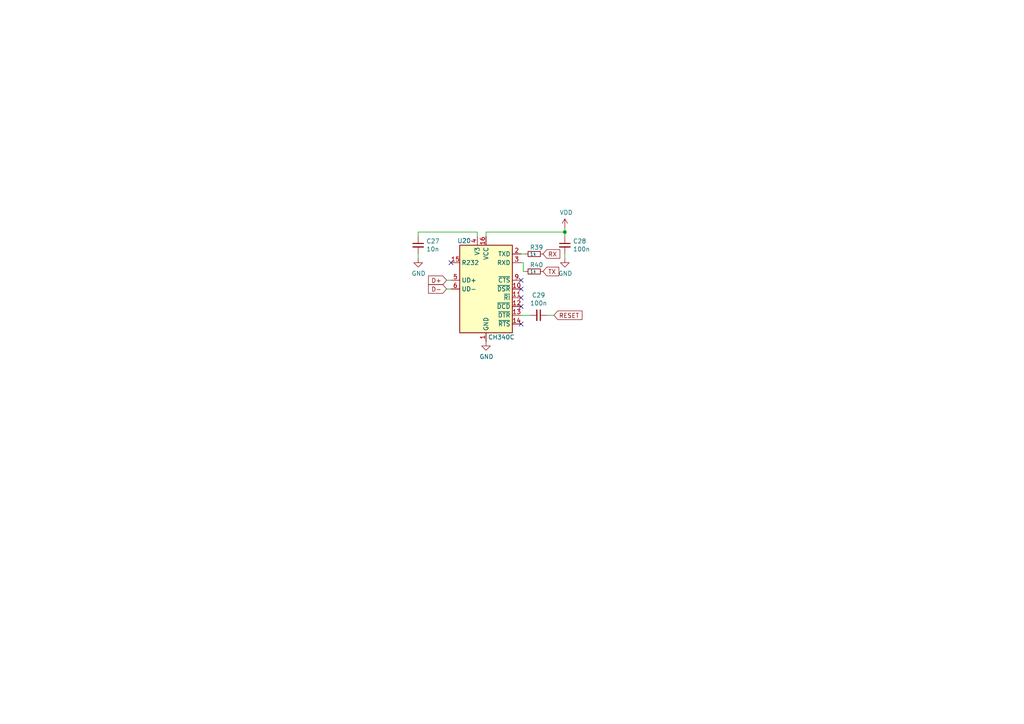
<source format=kicad_sch>
(kicad_sch (version 20211123) (generator eeschema)
  (paper "A4")
  (title_block (title "CNLJS") (date "2021-12-22") (rev "v0.01") (company "Josip&Zvonimir"))
  (lib_symbols
    (symbol "Device:C_Small" (pin_numbers hide) (pin_names (offset 0.254) hide)
      (property "Reference" "C" (at 0.254 1.778 0))
      (property "Value" "C_Small" (at 0.254 -2.032 0))
      (symbol "C_Small_0_1"
        (polyline (pts (xy -1.524 -0.508) (xy 1.524 -0.508)) (stroke (width 0.3302)))
        (polyline (pts (xy -1.524 0.508) (xy 1.524 0.508)) (stroke (width 0.3048)))
      )
      (symbol "C_Small_1_1"
        (pin passive line (at 0 2.54 270) (length 2.032) (name "~") (number "1"))
        (pin passive line (at 0 -2.54 90) (length 2.032) (name "~") (number "2"))
      )
    )
    (symbol "Device:R_Small" (pin_numbers hide) (pin_names (offset 0.254) hide)
      (property "Reference" "R" (at 0.762 0.508 0))
      (property "Value" "R_Small" (at 0.762 -1.016 0))
      (symbol "R_Small_0_1"
        (rectangle (start -0.762 1.778) (end 0.762 -1.778) (stroke (width 0.2032)))
      )
      (symbol "R_Small_1_1"
        (pin passive line (at 0 2.54 270) (length 0.762) (name "~") (number "1"))
        (pin passive line (at 0 -2.54 90) (length 0.762) (name "~") (number "2"))
      )
    )
    (symbol "Interface_USB:CH340C"
      (property "Reference" "U" (at -5.08 13.97 0))
      (property "Value" "CH340C" (at 1.27 13.97 0))
      (symbol "CH340C_0_1"
        (rectangle (start -7.62 12.7) (end 7.62 -12.7) (stroke (width 0.254)) (fill (type background)))
      )
      (symbol "CH340C_1_1"
        (pin power_in line (at 0 -15.24 90) (length 2.54) (name "GND") (number "1"))
        (pin input line (at 10.16 0 180) (length 2.54) (name "~{DSR}") (number "10"))
        (pin input line (at 10.16 -2.54 180) (length 2.54) (name "~{RI}") (number "11"))
        (pin input line (at 10.16 -5.08 180) (length 2.54) (name "~{DCD}") (number "12"))
        (pin output line (at 10.16 -7.62 180) (length 2.54) (name "~{DTR}") (number "13"))
        (pin output line (at 10.16 -10.16 180) (length 2.54) (name "~{RTS}") (number "14"))
        (pin input line (at -10.16 7.62 0) (length 2.54) (name "R232") (number "15"))
        (pin power_in line (at 0 15.24 270) (length 2.54) (name "VCC") (number "16"))
        (pin output line (at 10.16 10.16 180) (length 2.54) (name "TXD") (number "2"))
        (pin input line (at 10.16 7.62 180) (length 2.54) (name "RXD") (number "3"))
        (pin passive line (at -2.54 15.24 270) (length 2.54) (name "V3") (number "4"))
        (pin bidirectional line (at -10.16 2.54 0) (length 2.54) (name "UD+") (number "5"))
        (pin bidirectional line (at -10.16 0 0) (length 2.54) (name "UD-") (number "6"))
        (pin no_connect line (at -7.62 -7.62 0) (length 2.54) hide (name "NC") (number "7"))
        (pin no_connect line (at -7.62 -10.16 0) (length 2.54) hide (name "NC") (number "8"))
        (pin input line (at 10.16 2.54 180) (length 2.54) (name "~{CTS}") (number "9"))
      )
    )
    (symbol "power:GND" (power) (pin_names (offset 0))
      (property "Value" "GND" (at 0 -3.81 0))
      (symbol "GND_0_1"
        (polyline (pts (xy 0 0) (xy 0 -1.27) (xy 1.27 -1.27) (xy 0 -2.54) (xy -1.27 -1.27) (xy 0 -1.27)))
      )
      (symbol "GND_1_1"
        (pin power_in line (at 0 0 270) (length 0) hide (name "GND") (number "1"))
      )
    )
    (symbol "power:VDD" (power) (pin_names (offset 0))
      (property "Value" "VDD" (at 0 3.81 0))
      (symbol "VDD_0_1"
        (polyline (pts (xy -0.762 1.27) (xy 0 2.54)))
        (polyline (pts (xy 0 0) (xy 0 2.54)))
        (polyline (pts (xy 0 2.54) (xy 0.762 1.27)))
      )
      (symbol "VDD_1_1"
        (pin power_in line (at 0 0 90) (length 0) hide (name "VDD") (number "1"))
      )
    )
  )
  (junction (at 163.83 67.31))
  (no_connect (at 130.81 76.2))
  (no_connect (at 151.13 86.36))
  (no_connect (at 151.13 81.28))
  (no_connect (at 151.13 83.82))
  (no_connect (at 151.13 93.98))
  (no_connect (at 151.13 88.9))
  (wire (pts (xy 152.4 78.74) (xy 151.765 78.74)))
  (wire (pts (xy 153.67 91.44) (xy 151.13 91.44)))
  (wire (pts (xy 129.54 83.82) (xy 130.81 83.82)))
  (wire (pts (xy 138.43 67.31) (xy 121.285 67.31)))
  (wire (pts (xy 163.83 68.58) (xy 163.83 67.31)))
  (wire (pts (xy 151.765 76.2) (xy 151.13 76.2)))
  (wire (pts (xy 163.83 67.31) (xy 140.97 67.31)))
  (wire (pts (xy 160.655 91.44) (xy 158.75 91.44)))
  (wire (pts (xy 163.83 66.04) (xy 163.83 67.31)))
  (wire (pts (xy 121.285 74.93) (xy 121.285 73.66)))
  (wire (pts (xy 163.83 74.93) (xy 163.83 73.66)))
  (wire (pts (xy 138.43 68.58) (xy 138.43 67.31)))
  (wire (pts (xy 152.4 73.66) (xy 151.13 73.66)))
  (wire (pts (xy 140.97 67.31) (xy 140.97 68.58)))
  (wire (pts (xy 129.54 81.28) (xy 130.81 81.28)))
  (wire (pts (xy 151.765 78.74) (xy 151.765 76.2)))
  (wire (pts (xy 121.285 68.58) (xy 121.285 67.31)))
  (global_label "RX" (shape input) (at 157.48 73.66 0) (property "Intersheet References" "${INTERSHEET_REFS}" (effects hide)))
  (global_label "D-" (shape input) (at 129.54 83.82 180) (property "Intersheet References" "${INTERSHEET_REFS}" (effects hide)))
  (global_label "TX" (shape input) (at 157.48 78.74 0) (property "Intersheet References" "${INTERSHEET_REFS}" (effects hide)))
  (global_label "RESET" (shape input) (at 160.655 91.44 0) (property "Intersheet References" "${INTERSHEET_REFS}" (effects hide)))
  (global_label "D+" (shape input) (at 129.54 81.28 180) (property "Intersheet References" "${INTERSHEET_REFS}" (effects hide)))
  (symbol (lib_id "Interface_USB:CH340C") (at 140.97 83.82 0) (unit 1)
    (property "Reference" "U20" (at 134.62 69.85 0))
    (property "Value" "CH340C" (at 145.415 97.79 0))
    (property "Footprint" "Package_SO:SOIC-16_3.9x9.9mm_P1.27mm" (effects hide))
    (property "Datasheet" "https://datasheet.lcsc.com/szlcsc/Jiangsu-Qin-Heng-CH340C_C84681.pdf" (effects hide))
  )
  (symbol (lib_id "Device:C_Small") (at 121.285 71.12 0) (unit 1)
    (property "Reference" "C27" (at 123.6218 69.9516 0) (effects (justify left)))
    (property "Value" "10n" (at 123.6218 72.263 0) (effects (justify left)))
    (property "Footprint" "Capacitor_SMD:C_0805_2012Metric" (effects hide))
    (property "Basic/Extended" "Basic" (effects hide))
    (property "JLCPCB Part #" "C1710" (effects hide))
    (property "U labosu?" "Ne" (effects hide))
  )
  (symbol (lib_id "power:GND") (at 121.285 74.93 0) (unit 1)
    (property "Reference" "#PWR082" (effects hide))
    (property "Value" "GND" (at 121.412 79.3242 0))
  )
  (symbol (lib_id "Device:C_Small") (at 163.83 71.12 0) (unit 1)
    (property "Reference" "C28" (at 166.1668 69.9516 0) (effects (justify left)))
    (property "Value" "100n" (at 166.1668 72.263 0) (effects (justify left)))
    (property "Footprint" "Capacitor_SMD:C_0805_2012Metric" (effects hide))
    (property "Basic/Extended" "Basic" (effects hide))
    (property "JLCPCB Part #" "C49678" (effects hide))
    (property "U labosu?" "Da" (effects hide))
  )
  (symbol (lib_id "power:GND") (at 163.83 74.93 0) (unit 1)
    (property "Reference" "#PWR083" (effects hide))
    (property "Value" "GND" (at 163.957 79.3242 0))
  )
  (symbol (lib_id "power:GND") (at 140.97 99.06 0) (unit 1)
    (property "Reference" "#PWR084" (effects hide))
    (property "Value" "GND" (at 141.097 103.4542 0))
  )
  (symbol (lib_id "Device:C_Small") (at 156.21 91.44 270) (unit 1)
    (property "Reference" "C29" (at 156.21 85.6234 90))
    (property "Value" "100n" (at 156.21 87.9348 90))
    (property "Footprint" "Capacitor_SMD:C_0805_2012Metric" (effects hide))
    (property "Basic/Extended" "Basic" (effects hide))
    (property "JLCPCB Part #" "C49678" (effects hide))
    (property "U labosu?" "Da" (effects hide))
  )
  (symbol (lib_id "Device:R_Small") (at 154.94 73.66 270) (unit 1)
    (property "Reference" "R39" (at 153.67 71.755 90) (effects (justify left)))
    (property "Value" "1k" (at 153.67 73.66 90) (effects (font (size 0.9906 0.9906)) (justify left)))
    (property "Footprint" "Resistor_SMD:R_0805_2012Metric" (effects hide))
  )
  (symbol (lib_id "Device:R_Small") (at 154.94 78.74 270) (unit 1)
    (property "Reference" "R40" (at 153.67 76.835 90) (effects (justify left)))
    (property "Value" "1k" (at 153.67 78.74 90) (effects (font (size 0.9906 0.9906)) (justify left)))
    (property "Footprint" "Resistor_SMD:R_0805_2012Metric" (effects hide))
  )
  (symbol (lib_id "power:VDD") (at 163.83 66.04 0) (unit 1)
    (property "Reference" "#PWR081" (effects hide))
    (property "Value" "VDD" (at 164.211 61.6458 0))
  )
)
</source>
